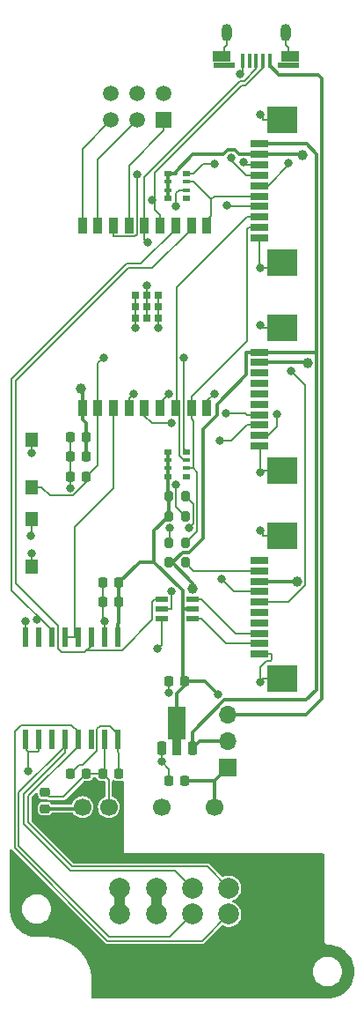
<source format=gbr>
%TF.GenerationSoftware,KiCad,Pcbnew,8.0.7-8.0.7-0~ubuntu24.04.1*%
%TF.CreationDate,2025-01-21T08:38:03+03:00*%
%TF.ProjectId,PM-ESPC3,504d2d45-5350-4433-932e-6b696361645f,rev?*%
%TF.SameCoordinates,Original*%
%TF.FileFunction,Copper,L1,Top*%
%TF.FilePolarity,Positive*%
%FSLAX46Y46*%
G04 Gerber Fmt 4.6, Leading zero omitted, Abs format (unit mm)*
G04 Created by KiCad (PCBNEW 8.0.7-8.0.7-0~ubuntu24.04.1) date 2025-01-21 08:38:03*
%MOMM*%
%LPD*%
G01*
G04 APERTURE LIST*
G04 Aperture macros list*
%AMRoundRect*
0 Rectangle with rounded corners*
0 $1 Rounding radius*
0 $2 $3 $4 $5 $6 $7 $8 $9 X,Y pos of 4 corners*
0 Add a 4 corners polygon primitive as box body*
4,1,4,$2,$3,$4,$5,$6,$7,$8,$9,$2,$3,0*
0 Add four circle primitives for the rounded corners*
1,1,$1+$1,$2,$3*
1,1,$1+$1,$4,$5*
1,1,$1+$1,$6,$7*
1,1,$1+$1,$8,$9*
0 Add four rect primitives between the rounded corners*
20,1,$1+$1,$2,$3,$4,$5,0*
20,1,$1+$1,$4,$5,$6,$7,0*
20,1,$1+$1,$6,$7,$8,$9,0*
20,1,$1+$1,$8,$9,$2,$3,0*%
%AMFreePoly0*
4,1,9,3.862500,-0.866500,0.737500,-0.866500,0.737500,-0.450000,-0.737500,-0.450000,-0.737500,0.450000,0.737500,0.450000,0.737500,0.866500,3.862500,0.866500,3.862500,-0.866500,3.862500,-0.866500,$1*%
G04 Aperture macros list end*
%TA.AperFunction,SMDPad,CuDef*%
%ADD10R,1.244600X1.346200*%
%TD*%
%TA.AperFunction,SMDPad,CuDef*%
%ADD11R,0.889000X1.498600*%
%TD*%
%TA.AperFunction,SMDPad,CuDef*%
%ADD12R,0.711200X0.711200*%
%TD*%
%TA.AperFunction,SMDPad,CuDef*%
%ADD13RoundRect,0.225000X0.225000X0.250000X-0.225000X0.250000X-0.225000X-0.250000X0.225000X-0.250000X0*%
%TD*%
%TA.AperFunction,ComponentPad*%
%ADD14R,1.500000X1.500000*%
%TD*%
%TA.AperFunction,ComponentPad*%
%ADD15C,1.500000*%
%TD*%
%TA.AperFunction,SMDPad,CuDef*%
%ADD16RoundRect,0.225000X0.225000X-0.425000X0.225000X0.425000X-0.225000X0.425000X-0.225000X-0.425000X0*%
%TD*%
%TA.AperFunction,SMDPad,CuDef*%
%ADD17FreePoly0,90.000000*%
%TD*%
%TA.AperFunction,SMDPad,CuDef*%
%ADD18R,0.406400X1.350000*%
%TD*%
%TA.AperFunction,SMDPad,CuDef*%
%ADD19R,1.679095X1.075150*%
%TD*%
%TA.AperFunction,SMDPad,CuDef*%
%ADD20R,2.108196X0.525058*%
%TD*%
%TA.AperFunction,ComponentPad*%
%ADD21O,1.000000X1.700000*%
%TD*%
%TA.AperFunction,SMDPad,CuDef*%
%ADD22R,0.800000X0.500000*%
%TD*%
%TA.AperFunction,SMDPad,CuDef*%
%ADD23R,0.800000X0.400000*%
%TD*%
%TA.AperFunction,SMDPad,CuDef*%
%ADD24R,0.482600X1.854200*%
%TD*%
%TA.AperFunction,SMDPad,CuDef*%
%ADD25R,1.803400X0.635000*%
%TD*%
%TA.AperFunction,SMDPad,CuDef*%
%ADD26R,2.997200X2.590800*%
%TD*%
%TA.AperFunction,ComponentPad*%
%ADD27C,2.000000*%
%TD*%
%TA.AperFunction,SMDPad,CuDef*%
%ADD28RoundRect,0.200000X-0.200000X-0.275000X0.200000X-0.275000X0.200000X0.275000X-0.200000X0.275000X0*%
%TD*%
%TA.AperFunction,SMDPad,CuDef*%
%ADD29R,1.181100X0.558800*%
%TD*%
%TA.AperFunction,SMDPad,CuDef*%
%ADD30RoundRect,0.225000X-0.225000X-0.250000X0.225000X-0.250000X0.225000X0.250000X-0.225000X0.250000X0*%
%TD*%
%TA.AperFunction,ComponentPad*%
%ADD31C,1.700000*%
%TD*%
%TA.AperFunction,SMDPad,CuDef*%
%ADD32RoundRect,0.225000X0.250000X-0.225000X0.250000X0.225000X-0.250000X0.225000X-0.250000X-0.225000X0*%
%TD*%
%TA.AperFunction,ComponentPad*%
%ADD33R,1.700000X1.700000*%
%TD*%
%TA.AperFunction,ComponentPad*%
%ADD34O,1.700000X1.700000*%
%TD*%
%TA.AperFunction,ViaPad*%
%ADD35C,0.800000*%
%TD*%
%TA.AperFunction,ViaPad*%
%ADD36C,1.000000*%
%TD*%
%TA.AperFunction,Conductor*%
%ADD37C,0.200000*%
%TD*%
%TA.AperFunction,Conductor*%
%ADD38C,0.300000*%
%TD*%
%TA.AperFunction,Conductor*%
%ADD39C,1.000000*%
%TD*%
G04 APERTURE END LIST*
D10*
%TO.P,SW2,1,1*%
%TO.N,GND*%
X2540000Y6096000D03*
%TO.P,SW2,2,2*%
%TO.N,/EN*%
X2540000Y1524000D03*
%TD*%
D11*
%TO.P,U1,1,3V3*%
%TO.N,+3.3V*%
X7390002Y9170000D03*
%TO.P,U1,2,EN*%
%TO.N,/EN*%
X8890001Y9170000D03*
%TO.P,U1,3,IO4*%
%TO.N,/UART_RTS*%
X10390001Y9170000D03*
%TO.P,U1,4,IO5*%
%TO.N,/SCL*%
X11890000Y9170000D03*
%TO.P,U1,5,IO6*%
%TO.N,/SDA*%
X13390000Y9170000D03*
%TO.P,U1,6,IO7*%
%TO.N,/INT*%
X14890000Y9170000D03*
%TO.P,U1,7,IO8*%
%TO.N,/CS2*%
X16390002Y9170000D03*
%TO.P,U1,8,IO9*%
%TO.N,/CS3*%
X17890001Y9170000D03*
%TO.P,U1,9,GND*%
%TO.N,GND*%
X19390001Y9170000D03*
%TO.P,U1,10,IO10*%
%TO.N,/CS0*%
X19389998Y26670000D03*
%TO.P,U1,11,RXD_(IO20)*%
%TO.N,/UART_RX*%
X17889999Y26670000D03*
%TO.P,U1,12,TXD_(IO21)*%
%TO.N,/UART_TX*%
X16389999Y26670000D03*
%TO.P,U1,13,IO18_(USB_D-)*%
%TO.N,/USB_D-*%
X14890000Y26670000D03*
%TO.P,U1,14,IO19_(USB_D+)*%
%TO.N,/USB_D+*%
X13390000Y26670000D03*
%TO.P,U1,15,IO3*%
%TO.N,/SCK*%
X11890000Y26670000D03*
%TO.P,U1,16,IO2*%
%TO.N,/CS1*%
X10389998Y26670000D03*
%TO.P,U1,17,IO1*%
%TO.N,/MISO*%
X8889999Y26670000D03*
%TO.P,U1,18,IO0*%
%TO.N,/MOSI*%
X7389999Y26670000D03*
D12*
%TO.P,U1,EPAD,EPAD*%
%TO.N,GND*%
X12490000Y17780000D03*
X13590000Y17780000D03*
X14690000Y17780000D03*
X12490000Y18880000D03*
X13590000Y18880000D03*
X14690000Y18880000D03*
X12490000Y19980000D03*
X13590000Y19980000D03*
X14690000Y19980000D03*
%TD*%
D13*
%TO.P,C8,1*%
%TO.N,+3.3V*%
X10935000Y-9525000D03*
%TO.P,C8,2*%
%TO.N,GND*%
X9385000Y-9525000D03*
%TD*%
%TO.P,C1,1*%
%TO.N,/EN*%
X7760000Y2540000D03*
%TO.P,C1,2*%
%TO.N,GND*%
X6210000Y2540000D03*
%TD*%
D14*
%TO.P,SW4,1*%
%TO.N,/SCK*%
X15240000Y36830000D03*
D15*
%TO.P,SW4,2*%
%TO.N,/MISO*%
X12700000Y36830000D03*
%TO.P,SW4,3*%
%TO.N,/MOSI*%
X10160000Y36830000D03*
%TO.P,SW4,4*%
%TO.N,Net-(RN1A-R1.2)*%
X15240000Y39370000D03*
%TO.P,SW4,5*%
X12700000Y39370000D03*
%TO.P,SW4,6*%
X10160000Y39370000D03*
%TD*%
D16*
%TO.P,U2,1,GND*%
%TO.N,GND*%
X15010000Y-23540000D03*
D17*
%TO.P,U2,2,OUTPUT*%
%TO.N,+3.3V*%
X16510000Y-23452500D03*
D16*
%TO.P,U2,3,INPUT*%
%TO.N,+5V*%
X18010000Y-23540000D03*
%TD*%
D18*
%TO.P,J1,1,VBUS*%
%TO.N,+5V_USB*%
X25430000Y42527092D03*
%TO.P,J1,2,D-*%
%TO.N,/USB_D-*%
X24780014Y42527092D03*
%TO.P,J1,3,D+*%
%TO.N,/USB_D+*%
X24130028Y42527092D03*
%TO.P,J1,4,ID*%
%TO.N,unconnected-(J1-ID-Pad4)*%
X23480042Y42527092D03*
D19*
%TO.P,J1,5,GND*%
%TO.N,GND*%
X27444579Y42914733D03*
D20*
X27230029Y42114629D03*
D21*
X26955029Y45202208D03*
D18*
X22830056Y42527092D03*
D21*
X21305027Y45202208D03*
D20*
X21030031Y42114621D03*
D19*
X20815481Y42914725D03*
%TD*%
D13*
%TO.P,C5,1*%
%TO.N,+3.3V*%
X7760000Y4445000D03*
%TO.P,C5,2*%
%TO.N,GND*%
X6210000Y4445000D03*
%TD*%
D22*
%TO.P,RN2,1,R1.1*%
%TO.N,+3.3V*%
X15610000Y4940000D03*
D23*
%TO.P,RN2,2,R2.1*%
X15610000Y4140000D03*
%TO.P,RN2,3,R3.1*%
X15610000Y3340000D03*
D22*
%TO.P,RN2,4,R4.1*%
X15610000Y2540000D03*
%TO.P,RN2,5,R4.2*%
%TO.N,unconnected-(RN2D-R4.2-Pad5)*%
X17410000Y2540000D03*
D23*
%TO.P,RN2,6,R3.2*%
%TO.N,/CS3*%
X17410000Y3340000D03*
%TO.P,RN2,7,R2.2*%
%TO.N,/CS2*%
X17410000Y4140000D03*
D22*
%TO.P,RN2,8,R1.2*%
%TO.N,/EN*%
X17410000Y4940000D03*
%TD*%
D24*
%TO.P,U6,1,VDD*%
%TO.N,+3.3V*%
X10795000Y-12903200D03*
%TO.P,U6,2,GNDA*%
%TO.N,GND*%
X9525000Y-12903200D03*
%TO.P,U6,3,RO*%
%TO.N,/UART_RX*%
X8255000Y-12903200D03*
%TO.P,U6,4,RE*%
%TO.N,/UART_RTS*%
X6985000Y-12903200D03*
%TO.P,U6,5,DE*%
X5715000Y-12903200D03*
%TO.P,U6,6,DI*%
%TO.N,/UART_TX*%
X4445000Y-12903200D03*
%TO.P,U6,7,NC*%
%TO.N,unconnected-(U6-NC-Pad7)*%
X3175000Y-12903200D03*
%TO.P,U6,8,GNDA*%
%TO.N,GND*%
X1905000Y-12903200D03*
%TO.P,U6,9,GNDB*%
%TO.N,GND_ISO*%
X1905000Y-22656800D03*
%TO.P,U6,10,SEL*%
X3175000Y-22656800D03*
%TO.P,U6,11,NC*%
%TO.N,unconnected-(U6-NC-Pad11)*%
X4445000Y-22656800D03*
%TO.P,U6,12,A*%
%TO.N,/A*%
X5715000Y-22656800D03*
%TO.P,U6,13,B*%
%TO.N,/B*%
X6985000Y-22656800D03*
%TO.P,U6,14,NC*%
%TO.N,unconnected-(U6-NC-Pad14)*%
X8255000Y-22656800D03*
%TO.P,U6,15,GNDB*%
%TO.N,GND_ISO*%
X9525000Y-22656800D03*
%TO.P,U6,16,VISO*%
%TO.N,+3.3V_ISO*%
X10795000Y-22656800D03*
%TD*%
D25*
%TO.P,J8,1,Pin_1*%
%TO.N,GND*%
X24444000Y25500009D03*
%TO.P,J8,2,Pin_2*%
%TO.N,/CS3*%
X24444000Y26500007D03*
%TO.P,J8,3,Pin_3*%
%TO.N,/CS2*%
X24444000Y27500005D03*
%TO.P,J8,4,Pin_4*%
%TO.N,/CS1*%
X24444000Y28500003D03*
%TO.P,J8,5,Pin_5*%
%TO.N,/CS0*%
X24444000Y29500001D03*
%TO.P,J8,6,Pin_6*%
%TO.N,/SCK*%
X24444000Y30499999D03*
%TO.P,J8,7,Pin_7*%
%TO.N,/MISO*%
X24444000Y31499997D03*
%TO.P,J8,8,Pin_8*%
%TO.N,/MOSI*%
X24444000Y32499995D03*
%TO.P,J8,9,Pin_9*%
%TO.N,+3.3V*%
X24444000Y33499993D03*
%TO.P,J8,10,Pin_10*%
%TO.N,+5V*%
X24444000Y34499991D03*
D26*
%TO.P,J8,11,Pin_11*%
%TO.N,GND*%
X26614001Y23149998D03*
X26614001Y36850002D03*
%TD*%
D13*
%TO.P,C4,1*%
%TO.N,+3.3V*%
X17285000Y-17145000D03*
%TO.P,C4,2*%
%TO.N,GND*%
X15735000Y-17145000D03*
%TD*%
D27*
%TO.P,J6,1,Pin_1*%
%TO.N,+24V_ISO*%
X11000000Y-37000000D03*
%TO.P,J6,2,Pin_3*%
%TO.N,GND_ISO*%
X14500000Y-37000000D03*
%TO.P,J6,3,3*%
%TO.N,/A*%
X18000000Y-37000000D03*
%TO.P,J6,4,4*%
%TO.N,/B*%
X21500000Y-37000000D03*
%TO.P,J6,5,Pin_9*%
%TO.N,PE*%
X25000000Y-37000000D03*
%TO.P,J6,6,Pin_2*%
%TO.N,+24V_ISO*%
X11000000Y-39500000D03*
%TO.P,J6,7,Pin_4*%
%TO.N,GND_ISO*%
X14500000Y-39500000D03*
%TO.P,J6,8,Pin_6*%
%TO.N,/A*%
X18000000Y-39500000D03*
%TO.P,J6,9,Pin_8*%
%TO.N,/B*%
X21500000Y-39500000D03*
%TO.P,J6,10,Pin_10*%
%TO.N,PE*%
X25000000Y-39500000D03*
%TD*%
D13*
%TO.P,C12,1*%
%TO.N,+5V_BUS*%
X17285000Y-26670000D03*
%TO.P,C12,2*%
%TO.N,GND*%
X15735000Y-26670000D03*
%TD*%
%TO.P,C2,1*%
%TO.N,+3.3V*%
X7760000Y6350000D03*
%TO.P,C2,2*%
%TO.N,GND*%
X6210000Y6350000D03*
%TD*%
D28*
%TO.P,R3,1*%
%TO.N,+3.3V*%
X15685000Y635000D03*
%TO.P,R3,2*%
%TO.N,/SDA*%
X17335000Y635000D03*
%TD*%
D29*
%TO.P,U5,1,1A*%
%TO.N,/UART_RX*%
X15043150Y-9209999D03*
%TO.P,U5,2,GND*%
%TO.N,GND*%
X15043150Y-10160000D03*
%TO.P,U5,3,2A*%
%TO.N,/UART_TX*%
X15043150Y-11110001D03*
%TO.P,U5,4,2Y*%
%TO.N,Net-(J5-Pin_2)*%
X17976850Y-11110001D03*
%TO.P,U5,5,VCC*%
%TO.N,+3.3V*%
X17976850Y-10160000D03*
%TO.P,U5,6,1Y*%
%TO.N,Net-(J5-Pin_3)*%
X17976850Y-9209999D03*
%TD*%
D30*
%TO.P,C9,1*%
%TO.N,+3.3V_ISO*%
X6210000Y-26035000D03*
%TO.P,C9,2*%
%TO.N,GND_ISO*%
X7760000Y-26035000D03*
%TD*%
D31*
%TO.P,PS1,1,Vin*%
%TO.N,+24V_ISO*%
X7410000Y-29210000D03*
%TO.P,PS1,2,GND*%
%TO.N,GND_ISO*%
X9950000Y-29210000D03*
%TO.P,PS1,4,0V*%
%TO.N,GND*%
X15030000Y-29210000D03*
%TO.P,PS1,6,+V*%
%TO.N,+5V_BUS*%
X20110000Y-29210000D03*
%TD*%
D25*
%TO.P,J5,1,Pin_1*%
%TO.N,GND*%
X24444000Y-14499991D03*
%TO.P,J5,2,Pin_2*%
%TO.N,Net-(J5-Pin_2)*%
X24444000Y-13499993D03*
%TO.P,J5,3,Pin_3*%
%TO.N,Net-(J5-Pin_3)*%
X24444000Y-12499995D03*
%TO.P,J5,4,Pin_4*%
%TO.N,unconnected-(J5-Pin_4-Pad4)*%
X24444000Y-11499997D03*
%TO.P,J5,5,Pin_5*%
%TO.N,unconnected-(J5-Pin_5-Pad5)*%
X24444000Y-10499999D03*
%TO.P,J5,6,Pin_6*%
%TO.N,/USB_D+*%
X24444000Y-9500001D03*
%TO.P,J5,7,Pin_7*%
%TO.N,/USB_D-*%
X24444000Y-8500003D03*
%TO.P,J5,8,Pin_8*%
%TO.N,+3.3V*%
X24444000Y-7500005D03*
%TO.P,J5,9,Pin_9*%
%TO.N,Net-(J5-Pin_9)*%
X24444000Y-6500007D03*
%TO.P,J5,10,Pin_10*%
%TO.N,unconnected-(J5-Pin_10-Pad10)*%
X24444000Y-5500009D03*
D26*
%TO.P,J5,11,Pin_11*%
%TO.N,GND*%
X26614001Y-16850002D03*
X26614001Y-3149998D03*
%TD*%
D28*
%TO.P,R1,1*%
%TO.N,+3.3V*%
X15685000Y-1270000D03*
%TO.P,R1,2*%
%TO.N,/SCL*%
X17335000Y-1270000D03*
%TD*%
D10*
%TO.P,SW1,1,1*%
%TO.N,GND*%
X2540000Y-6096000D03*
%TO.P,SW1,2,2*%
%TO.N,Net-(R5-Pad1)*%
X2540000Y-1524000D03*
%TD*%
D28*
%TO.P,R2,1*%
%TO.N,+5V*%
X15685000Y-5715000D03*
%TO.P,R2,2*%
%TO.N,Net-(J5-Pin_9)*%
X17335000Y-5715000D03*
%TD*%
D25*
%TO.P,J2,1,Pin_1*%
%TO.N,GND*%
X24444000Y5500009D03*
%TO.P,J2,2,Pin_2*%
%TO.N,/INT*%
X24444000Y6500007D03*
%TO.P,J2,3,Pin_3*%
%TO.N,/SCL*%
X24444000Y7500005D03*
%TO.P,J2,4,Pin_4*%
%TO.N,/SDA*%
X24444000Y8500003D03*
%TO.P,J2,5,Pin_5*%
%TO.N,unconnected-(J2-Pin_5-Pad5)*%
X24444000Y9500001D03*
%TO.P,J2,6,Pin_6*%
%TO.N,unconnected-(J2-Pin_6-Pad6)*%
X24444000Y10499999D03*
%TO.P,J2,7,Pin_7*%
%TO.N,unconnected-(J2-Pin_7-Pad7)*%
X24444000Y11499997D03*
%TO.P,J2,8,Pin_8*%
%TO.N,unconnected-(J2-Pin_8-Pad8)*%
X24444000Y12499995D03*
%TO.P,J2,9,Pin_9*%
%TO.N,+3.3V*%
X24444000Y13499993D03*
%TO.P,J2,10,Pin_10*%
%TO.N,+5V*%
X24444000Y14499991D03*
D26*
%TO.P,J2,11,Pin_11*%
%TO.N,GND*%
X26614001Y3149998D03*
X26614001Y16850002D03*
%TD*%
D28*
%TO.P,R5,1*%
%TO.N,Net-(R5-Pad1)*%
X15685000Y-3810000D03*
%TO.P,R5,2*%
%TO.N,/CS3*%
X17335000Y-3810000D03*
%TD*%
D13*
%TO.P,C6,1*%
%TO.N,+3.3V_ISO*%
X10935000Y-26035000D03*
%TO.P,C6,2*%
%TO.N,GND_ISO*%
X9385000Y-26035000D03*
%TD*%
D22*
%TO.P,RN1,1,R1.1*%
%TO.N,+3.3V*%
X15610000Y31680000D03*
D23*
%TO.P,RN1,2,R2.1*%
X15610000Y30880000D03*
%TO.P,RN1,3,R3.1*%
X15610000Y30080000D03*
D22*
%TO.P,RN1,4,R4.1*%
X15610000Y29280000D03*
%TO.P,RN1,5,R4.2*%
%TO.N,unconnected-(RN1D-R4.2-Pad5)*%
X17410000Y29280000D03*
D23*
%TO.P,RN1,6,R3.2*%
%TO.N,/CS1*%
X17410000Y30080000D03*
%TO.P,RN1,7,R2.2*%
%TO.N,/CS0*%
X17410000Y30880000D03*
D22*
%TO.P,RN1,8,R1.2*%
%TO.N,Net-(RN1A-R1.2)*%
X17410000Y31680000D03*
%TD*%
D13*
%TO.P,C10,1*%
%TO.N,+3.3V*%
X10935000Y-7620000D03*
%TO.P,C10,2*%
%TO.N,GND*%
X9385000Y-7620000D03*
%TD*%
D32*
%TO.P,C7,1*%
%TO.N,+24V_ISO*%
X3810000Y-29350000D03*
%TO.P,C7,2*%
%TO.N,GND_ISO*%
X3810000Y-27800000D03*
%TD*%
D33*
%TO.P,J3,1,Pin_1*%
%TO.N,+5V_BUS*%
X21380000Y-25400000D03*
D34*
%TO.P,J3,2,Pin_2*%
%TO.N,+5V*%
X21380000Y-22860000D03*
%TO.P,J3,3,Pin_3*%
%TO.N,+5V_USB*%
X21380000Y-20320000D03*
%TD*%
D35*
%TO.N,/EN*%
X9445300Y14000000D03*
X17194500Y14000000D03*
%TO.N,GND*%
X24496900Y37358200D03*
X6210000Y1439000D03*
X13590000Y20937600D03*
X24496900Y-2605000D03*
X1905000Y-11357000D03*
X2540000Y-4812000D03*
X24496900Y22604900D03*
X24500300Y17074300D03*
X14690000Y16810300D03*
X15010000Y-24830000D03*
X2540000Y4812400D03*
X20088300Y10516500D03*
X9525000Y-11355000D03*
X22568000Y41242100D03*
X12490000Y16810200D03*
X24500300Y2927300D03*
X15996000Y-8434000D03*
X24511900Y-17152000D03*
X15735000Y-18228000D03*
%TO.N,/SCL*%
X16405900Y1813900D03*
X12312200Y10525500D03*
X20590300Y5983000D03*
%TO.N,/SDA*%
X15997400Y7709000D03*
X17655900Y-2369000D03*
X21251600Y8627900D03*
%TO.N,/USB_D+*%
X27514900Y12675000D03*
X13651700Y25073700D03*
%TO.N,/USB_D-*%
X14098400Y29115200D03*
X20779600Y-7300000D03*
D36*
%TO.N,+5V*%
X18037600Y-8226000D03*
%TO.N,+3.3V*%
X28067000Y-7500000D03*
X7252100Y10958500D03*
X29083000Y13462000D03*
D35*
X20447000Y-18415000D03*
%TO.N,/SCK*%
X27247400Y32675000D03*
%TO.N,/MOSI*%
X22937400Y32728800D03*
%TO.N,/MISO*%
X21744800Y33212500D03*
%TO.N,/CS1*%
X21336100Y28606200D03*
X12668400Y31599000D03*
X16386200Y28519400D03*
%TO.N,/UART_TX*%
X3041600Y-11224000D03*
X14647500Y-14000000D03*
%TO.N,/INT*%
X15752600Y10525100D03*
X26162000Y8509000D03*
%TO.N,GND_ISO*%
X2145000Y-25718000D03*
%TO.N,Net-(RN1A-R1.2)*%
X20117700Y32556300D03*
%TO.N,Net-(R5-Pad1)*%
X15831000Y-2385000D03*
X2439100Y-3098000D03*
D36*
%TO.N,+3.3V*%
X28575000Y33401000D03*
%TD*%
D37*
%TO.N,GND*%
X19390000Y9170000D02*
X19390000Y9818200D01*
X19390000Y9818200D02*
X20088300Y10516500D01*
%TO.N,/CS2*%
X17410000Y4140000D02*
X17118300Y4140000D01*
X17118300Y4140000D02*
X16708300Y4550000D01*
X16708300Y4550000D02*
X16708300Y8954500D01*
X16708300Y8954500D02*
X16492800Y9170000D01*
%TO.N,GND_ISO*%
X1905000Y-22656800D02*
X2000000Y-22751800D01*
X2000000Y-22751800D02*
X2000000Y-23741000D01*
X2000000Y-23741000D02*
X2145000Y-23886000D01*
%TO.N,+3.3V_ISO*%
X10795000Y-22656800D02*
X10795000Y-22158400D01*
X10066300Y-21429700D02*
X9103800Y-21429700D01*
X10795000Y-22158400D02*
X10066300Y-21429700D01*
X9103800Y-21429700D02*
X8813500Y-21720000D01*
X7105100Y-25140000D02*
X6210000Y-26035000D01*
X8813500Y-21720000D02*
X8813500Y-23763000D01*
X8813500Y-23763000D02*
X7436200Y-25140000D01*
X7436200Y-25140000D02*
X7105100Y-25140000D01*
%TO.N,/UART_RX*%
X15043200Y-9210000D02*
X14390000Y-9210000D01*
X14390000Y-9210000D02*
X14150000Y-9450000D01*
X14150000Y-9450000D02*
X14150000Y-11188500D01*
X14150000Y-11188500D02*
X11197500Y-14141000D01*
X11197500Y-14141000D02*
X7830800Y-14141000D01*
%TO.N,/SCL*%
X11890000Y9170000D02*
X11890000Y10103300D01*
X11890000Y10103300D02*
X12312200Y10525500D01*
%TO.N,/INT*%
X14890000Y9170000D02*
X14890000Y9662500D01*
X14890000Y9662500D02*
X15752600Y10525100D01*
%TO.N,/SDA*%
X13390000Y9170000D02*
X13390000Y8410000D01*
X13390000Y8410000D02*
X14091000Y7709000D01*
X14091000Y7709000D02*
X15997400Y7709000D01*
%TO.N,GND*%
X24500300Y2927300D02*
X24722998Y3149998D01*
X24722998Y3149998D02*
X26614001Y3149998D01*
X24496900Y22604900D02*
X26068903Y22604900D01*
X26068903Y22604900D02*
X26614001Y23149998D01*
X24444000Y25500009D02*
X24444000Y22657800D01*
X24444000Y22657800D02*
X24496900Y22604900D01*
%TO.N,/CS3*%
X18111700Y3340000D02*
X18111700Y7897300D01*
X18111700Y7897300D02*
X17890000Y8119000D01*
X17890000Y8119000D02*
X17890000Y10221000D01*
X23240600Y15571600D02*
X23240600Y26300000D01*
X17890000Y10221000D02*
X23240600Y15571600D01*
X23240600Y26300000D02*
X23440600Y26500000D01*
X23440600Y26500000D02*
X24444000Y26500000D01*
%TO.N,/SCK*%
X24444000Y30500000D02*
X25263203Y30500000D01*
X25263203Y30500000D02*
X27247400Y32484197D01*
X27247400Y32484197D02*
X27247400Y32675000D01*
%TO.N,/EN*%
X3464000Y1524000D02*
X2540000Y1524000D01*
X9445300Y14000000D02*
X8890000Y13444700D01*
X8890000Y13444700D02*
X8890000Y9170000D01*
X7760000Y2540000D02*
X8890000Y3670000D01*
X7760000Y1988100D02*
X6505900Y734000D01*
X17143800Y13949300D02*
X17194500Y14000000D01*
X7760000Y2540000D02*
X7760000Y1988100D01*
X4254000Y734000D02*
X3464000Y1524000D01*
X8890000Y3670000D02*
X8890000Y9170000D01*
X6505900Y734000D02*
X4254000Y734000D01*
X17410000Y4940000D02*
X17143800Y5206200D01*
X17143800Y5206200D02*
X17143800Y13949300D01*
%TO.N,GND*%
X13590000Y18880000D02*
X13590000Y19980000D01*
X6210000Y2540000D02*
X6210000Y1439000D01*
X24813700Y-2922000D02*
X24813700Y-3150000D01*
X9385000Y-9525000D02*
X9385000Y-7620000D01*
X24500300Y5443700D02*
X24444000Y5500000D01*
X24589400Y17074300D02*
X24500300Y17074300D01*
X26614000Y16850000D02*
X24813700Y16850000D01*
X14690000Y16810300D02*
X14690000Y17780000D01*
X24813700Y-3150000D02*
X26614000Y-3150000D01*
X22568000Y41242100D02*
X22830100Y41504200D01*
X25647400Y-14500000D02*
X25647400Y-14988000D01*
X21305000Y44050500D02*
X21030000Y43775500D01*
X12490000Y16810200D02*
X12490000Y17780000D01*
X2540000Y4812400D02*
X2540000Y6096000D01*
X1905000Y-12903000D02*
X1905000Y-12903200D01*
X25120800Y-15119000D02*
X24511900Y-15728000D01*
X22830100Y41504200D02*
X22830100Y42527100D01*
X6210000Y4445000D02*
X6210000Y6350000D01*
X15043200Y-10160000D02*
X15935500Y-10160000D01*
X12490000Y17780000D02*
X12490000Y18880000D01*
X15010000Y-24830000D02*
X15735000Y-25555000D01*
X14690000Y18880000D02*
X14690000Y19980000D01*
X24444000Y-14500000D02*
X25647400Y-14500000D01*
X1905000Y-11357000D02*
X1905000Y-12903000D01*
X25515800Y-15119000D02*
X25120800Y-15119000D01*
X9525000Y-12903000D02*
X9525000Y-12903200D01*
X25647400Y-14988000D02*
X25515800Y-15119000D01*
X24813700Y-16850000D02*
X26614000Y-16850000D01*
X15935500Y-10160000D02*
X15996000Y-10100000D01*
X2540000Y-4812000D02*
X2540000Y-6096000D01*
X15010000Y-24830000D02*
X15010000Y-23540000D01*
X24813700Y37041400D02*
X24813700Y36850000D01*
X24500300Y2927300D02*
X24500300Y5443700D01*
X13590000Y19980000D02*
X13590000Y20937600D01*
X21030000Y43775500D02*
X21030000Y42652200D01*
X9525000Y-11355000D02*
X9525000Y-12903000D01*
X13590000Y17780000D02*
X13590000Y18880000D01*
X27230000Y43775500D02*
X27230000Y42652200D01*
X26955000Y45202200D02*
X26955000Y44050500D01*
X26955000Y44050500D02*
X27230000Y43775500D01*
X24496900Y37358200D02*
X24813700Y37041400D01*
X24813700Y36850000D02*
X26614000Y36850000D01*
X6210000Y2540000D02*
X6210000Y4445000D01*
X24511900Y-17152000D02*
X24813700Y-16850000D01*
X9385000Y-11215000D02*
X9385000Y-9525000D01*
X24511900Y-15728000D02*
X24511900Y-17152000D01*
X12490000Y18880000D02*
X12490000Y19980000D01*
X14690000Y17780000D02*
X14690000Y18880000D01*
X15735000Y-25555000D02*
X15735000Y-26670000D01*
X24813700Y16850000D02*
X24589400Y17074300D01*
X15735000Y-18228000D02*
X15735000Y-17145000D01*
X24500300Y2927300D02*
X24591000Y2927300D01*
X15996000Y-10100000D02*
X15996000Y-8434000D01*
X24496900Y-2605000D02*
X24813700Y-2922000D01*
X9525000Y-11355000D02*
X9385000Y-11215000D01*
X21305000Y45202200D02*
X21305000Y44050500D01*
%TO.N,/SCL*%
X16405900Y-341000D02*
X16405900Y1813900D01*
X23240600Y7500000D02*
X24444000Y7500000D01*
X20590300Y5983000D02*
X21723600Y5983000D01*
X17335000Y-1270000D02*
X16405900Y-341000D01*
X21723600Y5983000D02*
X23240600Y7500000D01*
%TO.N,/SDA*%
X23240600Y8500000D02*
X23112700Y8627900D01*
X17335000Y635000D02*
X18054300Y-84000D01*
X23112700Y8627900D02*
X21251600Y8627900D01*
X18054300Y-84000D02*
X18054300Y-1970000D01*
X24444000Y8500000D02*
X23240600Y8500000D01*
X18054300Y-1970000D02*
X17655900Y-2369000D01*
%TO.N,/USB_D+*%
X22963150Y40532000D02*
X22567314Y40532000D01*
X28880000Y-7858200D02*
X27238200Y-9500000D01*
X24130028Y42527092D02*
X24130028Y41698878D01*
X22567314Y40532000D02*
X13390000Y31354686D01*
X13390000Y31354686D02*
X13390000Y26670000D01*
X28880000Y11309900D02*
X28880000Y-7858200D01*
X27238200Y-9500000D02*
X24444000Y-9500000D01*
X24130028Y41698878D02*
X22963150Y40532000D01*
X27514900Y12675000D02*
X28880000Y11309900D01*
X13390000Y25335400D02*
X13651700Y25073700D01*
X13390000Y26670000D02*
X13390000Y25335400D01*
%TO.N,/USB_D-*%
X14351000Y28194000D02*
X14890000Y27655000D01*
X24780014Y41783178D02*
X23128836Y40132000D01*
X23128836Y40132000D02*
X22733000Y40132000D01*
X22733000Y40132000D02*
X14351000Y31750000D01*
X21979600Y-8500000D02*
X20779600Y-7300000D01*
X14098400Y29115200D02*
X14351000Y28862600D01*
X24444000Y-8500000D02*
X21979600Y-8500000D01*
X24780014Y42527092D02*
X24780014Y41783178D01*
X14351000Y31750000D02*
X14351000Y28194000D01*
X14890000Y27655000D02*
X14890000Y26670000D01*
D38*
%TO.N,+5V*%
X24444000Y14499991D02*
X29928009Y14499991D01*
X28956000Y-18923000D02*
X29950000Y-17929000D01*
X17710200Y-4708000D02*
X17047800Y-4708000D01*
X18037600Y-7712000D02*
X18037600Y-8226000D01*
X17047800Y-4708000D02*
X16040800Y-5715000D01*
X16040800Y-5715000D02*
X18037600Y-7712000D01*
X15685000Y-5715000D02*
X16040800Y-5715000D01*
X19003700Y-3414000D02*
X17710200Y-4708000D01*
X29950000Y-17929000D02*
X29950000Y33528000D01*
X23190600Y12354700D02*
X20343100Y9507200D01*
X18010000Y-23540000D02*
X18690000Y-22860000D01*
X20343100Y9507200D02*
X20343100Y8426400D01*
X18010000Y-23540000D02*
X18010000Y-21992943D01*
X20343100Y8426400D02*
X19003700Y7087000D01*
X28978009Y34499991D02*
X24444000Y34499991D01*
X23190600Y14500000D02*
X23190600Y12354700D01*
X18010000Y-21992943D02*
X21079943Y-18923000D01*
X18690000Y-22860000D02*
X21380000Y-22860000D01*
X29950000Y33528000D02*
X28978009Y34499991D01*
X19003700Y7087000D02*
X19003700Y-3414000D01*
X21079943Y-18923000D02*
X28956000Y-18923000D01*
X24444000Y14500000D02*
X23190600Y14500000D01*
%TO.N,+3.3V*%
X17976900Y-10160000D02*
X17034700Y-10160000D01*
X19177000Y-17145000D02*
X20447000Y-18415000D01*
X22520300Y33500000D02*
X22056100Y33964200D01*
X28575000Y33401000D02*
X28476000Y33500000D01*
X17034700Y-16895000D02*
X17034700Y-10160000D01*
X28476000Y33500000D02*
X28420000Y33500000D01*
X10795000Y-11624000D02*
X10935000Y-11484000D01*
X7390000Y9170000D02*
X7390000Y8069000D01*
X20969500Y33500000D02*
X18031300Y33500000D01*
X15685000Y-1270000D02*
X15685000Y635000D01*
X14293000Y-5648000D02*
X12907100Y-5648000D01*
X17642300Y-17145000D02*
X16510000Y-18277000D01*
X24444000Y33500000D02*
X22520300Y33500000D01*
X10935000Y-9525000D02*
X10935000Y-7620000D01*
X24444000Y-7500000D02*
X28067000Y-7500000D01*
X15610000Y2540000D02*
X15610000Y3340000D01*
X7390000Y10820600D02*
X7390000Y9170000D01*
X22056100Y33964200D02*
X21433600Y33964200D01*
X20969500Y33500100D02*
X20969500Y33500000D01*
X7252100Y10958500D02*
X7390000Y10820600D01*
X7390000Y8069000D02*
X7760000Y7699000D01*
X14293000Y-5648000D02*
X17034700Y-8390000D01*
X16361700Y31680000D02*
X15610000Y31680000D01*
X17285000Y-17145000D02*
X19177000Y-17145000D01*
X17285000Y-17145000D02*
X17034700Y-16895000D01*
X24444000Y13499993D02*
X29045007Y13499993D01*
X15685000Y-1270000D02*
X14293000Y-2662000D01*
X15610000Y710000D02*
X15685000Y635000D01*
X15610000Y31680000D02*
X15610000Y29280000D01*
X10795000Y-12903000D02*
X10795000Y-11624000D01*
X15610000Y4940000D02*
X15610000Y3340000D01*
X15610000Y2540000D02*
X15610000Y710000D01*
X16510000Y-18277000D02*
X16510000Y-23452000D01*
X21433600Y33964200D02*
X20969500Y33500100D01*
X10795000Y-12903000D02*
X10795000Y-12903200D01*
X7760000Y4445000D02*
X7760000Y6350000D01*
X10935000Y-11484000D02*
X10935000Y-9525000D01*
X14293000Y-2662000D02*
X14293000Y-5648000D01*
X28419993Y33499993D02*
X24444000Y33499993D01*
X18031300Y33500000D02*
X16361700Y31830400D01*
X7760000Y7699000D02*
X7760000Y6350000D01*
X16361700Y31830400D02*
X16361700Y31680000D01*
X12907100Y-5648000D02*
X10935000Y-7620000D01*
X17034700Y-8390000D02*
X17034700Y-10160000D01*
X16510000Y-23452000D02*
X16510000Y-23452500D01*
D37*
%TO.N,/SCK*%
X11890000Y32428300D02*
X11890000Y26670000D01*
X15240000Y36830000D02*
X15240000Y35778300D01*
X15240000Y35778300D02*
X11890000Y32428300D01*
%TO.N,/CS0*%
X19390000Y27195500D02*
X19820800Y27626300D01*
X19820800Y29170900D02*
X18111700Y30880000D01*
X19820800Y27626300D02*
X19820800Y29170900D01*
X24444000Y29500000D02*
X20149900Y29500000D01*
X18111700Y30880000D02*
X17410000Y30880000D01*
X20149900Y29500000D02*
X19820800Y29170900D01*
X19390000Y26670000D02*
X19390000Y27195500D01*
%TO.N,/MOSI*%
X24444000Y32500000D02*
X23240600Y32500000D01*
X23011800Y32728800D02*
X22937400Y32728800D01*
X23240600Y32500000D02*
X23011800Y32728800D01*
X10160000Y36830000D02*
X7390000Y34060000D01*
X7390000Y34060000D02*
X7390000Y26670000D01*
%TO.N,/MISO*%
X21744800Y32929200D02*
X23174000Y31500000D01*
X8890000Y33020000D02*
X8890000Y26670000D01*
X23174000Y31500000D02*
X24444000Y31500000D01*
X21744800Y33212500D02*
X21744800Y32929200D01*
X12700000Y36830000D02*
X8890000Y33020000D01*
%TO.N,/CS1*%
X12640000Y31570600D02*
X12668400Y31599000D01*
X16386200Y29757900D02*
X16386200Y28519400D01*
X12640000Y25799500D02*
X12640000Y31570600D01*
X21442300Y28500000D02*
X21336100Y28606200D01*
X10390000Y26670000D02*
X10390000Y25619000D01*
X17410000Y30080000D02*
X16708300Y30080000D01*
X16708300Y30080000D02*
X16386200Y29757900D01*
X24444000Y28500000D02*
X21442300Y28500000D01*
X10390000Y25619000D02*
X12459500Y25619000D01*
X12459500Y25619000D02*
X12640000Y25799500D01*
D38*
%TO.N,+5V_BUS*%
X17285000Y-26670000D02*
X20110000Y-26670000D01*
X20110000Y-29210000D02*
X20110000Y-26670000D01*
X20110000Y-26670000D02*
X21380000Y-25400000D01*
D37*
%TO.N,Net-(J5-Pin_2)*%
X17976900Y-11110000D02*
X18869200Y-11110000D01*
X18869200Y-11110000D02*
X21259200Y-13500000D01*
X21259200Y-13500000D02*
X24444000Y-13500000D01*
%TO.N,/UART_RX*%
X5427700Y-14351000D02*
X7620000Y-14351000D01*
X17889999Y26670000D02*
X17889999Y26365200D01*
X14111799Y22587000D02*
X11792000Y22587000D01*
X7620000Y-14351000D02*
X8255000Y-13716000D01*
X11792000Y22587000D02*
X1000000Y11795000D01*
X17889999Y26365200D02*
X14111799Y22587000D01*
X7830800Y-14141000D02*
X7830400Y-14141000D01*
X1000000Y11795000D02*
X1000000Y-7689800D01*
X1000000Y-7689800D02*
X5080000Y-11769800D01*
X7830400Y-14140600D02*
X7830800Y-14141000D01*
X5080000Y-11769800D02*
X5080000Y-14003300D01*
X5080000Y-14003300D02*
X5427700Y-14351000D01*
X8255000Y-13716000D02*
X8255000Y-12903200D01*
%TO.N,/UART_TX*%
X3041600Y-11080000D02*
X3041600Y-11224000D01*
X16389999Y26365200D02*
X13011799Y22987000D01*
X600000Y-8372400D02*
X4445000Y-12217400D01*
X16389999Y26670000D02*
X16389999Y26365200D01*
X600000Y11960686D02*
X600000Y-8372400D01*
X13011799Y22987000D02*
X11626314Y22987000D01*
X15043200Y-13604000D02*
X14647500Y-14000000D01*
X4445000Y-12903000D02*
X4445000Y-12903200D01*
X15043200Y-11110000D02*
X15043200Y-13604000D01*
X4445000Y-12217400D02*
X4445000Y-12903200D01*
X3175000Y-10947000D02*
X3041600Y-11080000D01*
X11626314Y22987000D02*
X600000Y11960686D01*
%TO.N,/B*%
X870000Y-33128000D02*
X870000Y-21923400D01*
X9798000Y-42056000D02*
X870000Y-33128000D01*
X21500000Y-39500000D02*
X18944000Y-42056000D01*
X870000Y-21923400D02*
X1457400Y-21336000D01*
X1457400Y-21336000D02*
X6350000Y-21336000D01*
X2178000Y-30695314D02*
X6388686Y-34906000D01*
X6350000Y-21336000D02*
X6985000Y-21971000D01*
X6985000Y-23342600D02*
X2178000Y-28149600D01*
X6985000Y-21971000D02*
X6985000Y-22656800D01*
X6985000Y-22656800D02*
X6985000Y-23342600D01*
X18944000Y-42056000D02*
X9798000Y-42056000D01*
X6388686Y-34906000D02*
X19406000Y-34906000D01*
X2178000Y-28149600D02*
X2178000Y-30695314D01*
X19406000Y-34906000D02*
X21500000Y-37000000D01*
%TO.N,/A*%
X5715000Y-23368000D02*
X5715000Y-23012500D01*
X5715000Y-22657000D02*
X5715000Y-22656800D01*
X1270000Y-32962314D02*
X1270000Y-27813000D01*
X16306000Y-35306000D02*
X18000000Y-37000000D01*
X5715000Y-24003000D02*
X1778000Y-27940000D01*
X5715000Y-23012500D02*
X5715000Y-22657000D01*
X5715000Y-23368000D02*
X5715000Y-22656800D01*
X1270000Y-27813000D02*
X5715000Y-23368000D01*
X15844000Y-41656000D02*
X9963686Y-41656000D01*
X6223000Y-35306000D02*
X16306000Y-35306000D01*
X9963686Y-41656000D02*
X1270000Y-32962314D01*
X1778000Y-27940000D02*
X1778000Y-30861000D01*
X18000000Y-39500000D02*
X15844000Y-41656000D01*
X1778000Y-30861000D02*
X6223000Y-35306000D01*
X5715000Y-22656800D02*
X5715000Y-24003000D01*
%TO.N,/INT*%
X26162000Y8509000D02*
X26162000Y7398800D01*
X25263200Y6500000D02*
X24444000Y6500000D01*
X26162000Y7398800D02*
X25263200Y6500000D01*
%TO.N,/CS2*%
X23240600Y27500000D02*
X16492800Y20752200D01*
X16492800Y20752200D02*
X16492800Y9170000D01*
X24444000Y27500000D02*
X23240600Y27500000D01*
X16492800Y9170000D02*
X16390000Y9170000D01*
%TO.N,/CS3*%
X18463200Y-2682000D02*
X18463200Y2988500D01*
X17335000Y-3810000D02*
X18463200Y-2682000D01*
X18463200Y2988500D02*
X18111700Y3340000D01*
X17410000Y3340000D02*
X18111700Y3340000D01*
%TO.N,Net-(J5-Pin_3)*%
X17976900Y-9210000D02*
X18895100Y-9210000D01*
X18895100Y-9210000D02*
X22185100Y-12500000D01*
X22185100Y-12500000D02*
X24444000Y-12500000D01*
%TO.N,GND_ISO*%
X5580800Y-28214000D02*
X7760000Y-26035000D01*
X4224200Y-28214000D02*
X5580800Y-28214000D01*
X9950000Y-26600000D02*
X9385000Y-26035000D01*
X2145000Y-23886000D02*
X2145000Y-25718000D01*
X3175000Y-23785000D02*
X3175000Y-22657000D01*
D39*
X14500000Y-37000000D02*
X14500000Y-39500000D01*
D37*
X7760000Y-26035000D02*
X9385000Y-26035000D01*
X3175000Y-22657000D02*
X3175000Y-22656800D01*
X3810000Y-27800000D02*
X4224200Y-28214000D01*
X9525000Y-22657000D02*
X9525000Y-25895000D01*
X9525000Y-22657000D02*
X9525000Y-22656800D01*
X2145000Y-23886000D02*
X3074100Y-23886000D01*
X3074100Y-23886000D02*
X3175000Y-23785000D01*
X9525000Y-25895000D02*
X9385000Y-26035000D01*
X9950000Y-29210000D02*
X9950000Y-26600000D01*
%TO.N,Net-(J5-Pin_9)*%
X18120000Y-6500000D02*
X17335000Y-5715000D01*
X24444000Y-6500000D02*
X18120000Y-6500000D01*
%TO.N,/UART_RTS*%
X6984900Y-12903000D02*
X6985000Y-12903000D01*
X5715000Y-12903200D02*
X6985000Y-12903200D01*
X5715200Y-12903000D02*
X5715100Y-12903000D01*
X6691300Y-12903000D02*
X6691300Y-2305000D01*
X6691300Y-2305000D02*
X10390000Y1393600D01*
X10390000Y1393600D02*
X10390000Y9170000D01*
X6985000Y-12903000D02*
X6985000Y-12903200D01*
X5715100Y-12903000D02*
X5715000Y-12903000D01*
X5715100Y-12903000D02*
X5715000Y-12903000D01*
X5715100Y-12903000D02*
X5715000Y-12903100D01*
X5715100Y-12903000D02*
X5715000Y-12903000D01*
X5715000Y-12903100D02*
X5715000Y-12903200D01*
X6984800Y-12903000D02*
X6984900Y-12903000D01*
X6984900Y-12903000D02*
X6985000Y-12903000D01*
D38*
%TO.N,+5V_USB*%
X30450000Y-18796000D02*
X28926000Y-20320000D01*
X26337292Y41148000D02*
X30099000Y41148000D01*
X30450000Y40797000D02*
X30450000Y-18796000D01*
X25430000Y42055292D02*
X26337292Y41148000D01*
X25430000Y42527092D02*
X25430000Y42055292D01*
X30099000Y41148000D02*
X30450000Y40797000D01*
X28926000Y-20320000D02*
X21380000Y-20320000D01*
D37*
%TO.N,+3.3V_ISO*%
X10935000Y-24026000D02*
X10795000Y-23886000D01*
X10795000Y-23886000D02*
X10795000Y-22656800D01*
X10935000Y-26035000D02*
X10935000Y-24026000D01*
D39*
%TO.N,+24V_ISO*%
X11000000Y-37000000D02*
X11000000Y-39500000D01*
D38*
X7270000Y-29350000D02*
X7410000Y-29210000D01*
X3810000Y-29350000D02*
X7270000Y-29350000D01*
D37*
%TO.N,Net-(RN1A-R1.2)*%
X18111700Y31680000D02*
X18988000Y32556300D01*
X17410000Y31680000D02*
X18111700Y31680000D01*
X18988000Y32556300D02*
X20117700Y32556300D01*
%TO.N,Net-(R5-Pad1)*%
X15831000Y-3664000D02*
X15831000Y-2385000D01*
X15685000Y-3810000D02*
X15831000Y-3664000D01*
X2540000Y-2998000D02*
X2540000Y-1524000D01*
X2439100Y-3098000D02*
X2540000Y-2998000D01*
%TD*%
%TA.AperFunction,Conductor*%
%TO.N,PE*%
G36*
X8700382Y-26355185D02*
G01*
X8746137Y-26407989D01*
X8749445Y-26416486D01*
X8750281Y-26418126D01*
X8811472Y-26538220D01*
X8811474Y-26538222D01*
X8811476Y-26538225D01*
X8906774Y-26633523D01*
X8906778Y-26633526D01*
X8906780Y-26633528D01*
X9026874Y-26694719D01*
X9026876Y-26694719D01*
X9026878Y-26694720D01*
X9126507Y-26710500D01*
X9126512Y-26710500D01*
X9525500Y-26710500D01*
X9592539Y-26730185D01*
X9638294Y-26782989D01*
X9649500Y-26834500D01*
X9649500Y-28111421D01*
X9629815Y-28178460D01*
X9577011Y-28224215D01*
X9561496Y-28230081D01*
X9546046Y-28234767D01*
X9464744Y-28278225D01*
X9363550Y-28332315D01*
X9363548Y-28332316D01*
X9363547Y-28332317D01*
X9203589Y-28463589D01*
X9102124Y-28587227D01*
X9072315Y-28623550D01*
X9035375Y-28692660D01*
X8974769Y-28806043D01*
X8914699Y-29004067D01*
X8894417Y-29210000D01*
X8914699Y-29415932D01*
X8914700Y-29415934D01*
X8974768Y-29613954D01*
X9072315Y-29796450D01*
X9072317Y-29796452D01*
X9203589Y-29956410D01*
X9257314Y-30000500D01*
X9363550Y-30087685D01*
X9546046Y-30185232D01*
X9744066Y-30245300D01*
X9744065Y-30245300D01*
X9762529Y-30247118D01*
X9950000Y-30265583D01*
X10155934Y-30245300D01*
X10353954Y-30185232D01*
X10536450Y-30087685D01*
X10696410Y-29956410D01*
X10827685Y-29796450D01*
X10925232Y-29613954D01*
X10985300Y-29415934D01*
X11005583Y-29210000D01*
X10985300Y-29004066D01*
X10925232Y-28806046D01*
X10827685Y-28623550D01*
X10738199Y-28514510D01*
X10696410Y-28463589D01*
X10536452Y-28332317D01*
X10536453Y-28332317D01*
X10536450Y-28332315D01*
X10359537Y-28237752D01*
X10353953Y-28234767D01*
X10338504Y-28230081D01*
X10280066Y-28191784D01*
X10251609Y-28127971D01*
X10250500Y-28111421D01*
X10250500Y-26726611D01*
X10270185Y-26659572D01*
X10322989Y-26613817D01*
X10392147Y-26603873D01*
X10447793Y-26629285D01*
X10448881Y-26627789D01*
X10456778Y-26633526D01*
X10456780Y-26633528D01*
X10576874Y-26694719D01*
X10576876Y-26694719D01*
X10576878Y-26694720D01*
X10676507Y-26710500D01*
X10676512Y-26710500D01*
X11193492Y-26710500D01*
X11247864Y-26701887D01*
X11286602Y-26695752D01*
X11355894Y-26704706D01*
X11409347Y-26749702D01*
X11429987Y-26816453D01*
X11430000Y-26818225D01*
X11430000Y-33655000D01*
X30575500Y-33655000D01*
X30642539Y-33674685D01*
X30688294Y-33727489D01*
X30699500Y-33779000D01*
X30699500Y-42147598D01*
X30710773Y-42182290D01*
X30712613Y-42188501D01*
X30718368Y-42209978D01*
X30719980Y-42215993D01*
X30723089Y-42223499D01*
X30722799Y-42223618D01*
X30727988Y-42235275D01*
X30728912Y-42238119D01*
X30728914Y-42238123D01*
X30728915Y-42238125D01*
X30743814Y-42258632D01*
X30750882Y-42269515D01*
X30759537Y-42284507D01*
X30759541Y-42284512D01*
X30763889Y-42288860D01*
X30776521Y-42303648D01*
X30784866Y-42315134D01*
X30784867Y-42315134D01*
X30784868Y-42315136D01*
X30796344Y-42323474D01*
X30811138Y-42336110D01*
X30815486Y-42340458D01*
X30815488Y-42340459D01*
X30815489Y-42340460D01*
X30826973Y-42347090D01*
X30830477Y-42349113D01*
X30841365Y-42356184D01*
X30861871Y-42371083D01*
X30861877Y-42371086D01*
X30864712Y-42372007D01*
X30876389Y-42377205D01*
X30876510Y-42376914D01*
X30884007Y-42380019D01*
X30884011Y-42380021D01*
X30911504Y-42387387D01*
X30917704Y-42389225D01*
X30952400Y-42400499D01*
X30952403Y-42400499D01*
X30952405Y-42400500D01*
X30996249Y-42400500D01*
X31003736Y-42400726D01*
X31305850Y-42419000D01*
X31320713Y-42420805D01*
X31614729Y-42474686D01*
X31629266Y-42478269D01*
X31914632Y-42567193D01*
X31928624Y-42572498D01*
X32201215Y-42695181D01*
X32214461Y-42702134D01*
X32470271Y-42856776D01*
X32482582Y-42865274D01*
X32598179Y-42955838D01*
X32717885Y-43049622D01*
X32729093Y-43059552D01*
X32940447Y-43270906D01*
X32950377Y-43282114D01*
X33134721Y-43517411D01*
X33143227Y-43529734D01*
X33297862Y-43785532D01*
X33304821Y-43798791D01*
X33427499Y-44071371D01*
X33432808Y-44085372D01*
X33521729Y-44370732D01*
X33525313Y-44385270D01*
X33579194Y-44679286D01*
X33580999Y-44694151D01*
X33599047Y-44992513D01*
X33599047Y-45007487D01*
X33580999Y-45305848D01*
X33579194Y-45320713D01*
X33525313Y-45614729D01*
X33521729Y-45629267D01*
X33432808Y-45914627D01*
X33427499Y-45928628D01*
X33304821Y-46201208D01*
X33297862Y-46214467D01*
X33143227Y-46470265D01*
X33134721Y-46482588D01*
X32950377Y-46717885D01*
X32940447Y-46729093D01*
X32729093Y-46940447D01*
X32717885Y-46950377D01*
X32482588Y-47134721D01*
X32470265Y-47143227D01*
X32214467Y-47297862D01*
X32201208Y-47304821D01*
X31928628Y-47427499D01*
X31914627Y-47432808D01*
X31629267Y-47521729D01*
X31614729Y-47525313D01*
X31320713Y-47579194D01*
X31305848Y-47580999D01*
X31003736Y-47599274D01*
X30996249Y-47599500D01*
X8424500Y-47599500D01*
X8357461Y-47579815D01*
X8311706Y-47527011D01*
X8300500Y-47475500D01*
X8300500Y-45801178D01*
X8263811Y-45405232D01*
X8263811Y-45405231D01*
X8252905Y-45346890D01*
X8190742Y-45014346D01*
X8186658Y-44999993D01*
X29594700Y-44999993D01*
X29594700Y-45000006D01*
X29613864Y-45231297D01*
X29613866Y-45231308D01*
X29670842Y-45456300D01*
X29764075Y-45668848D01*
X29891016Y-45863147D01*
X29891019Y-45863151D01*
X29891021Y-45863153D01*
X30048216Y-46033913D01*
X30048219Y-46033915D01*
X30048222Y-46033918D01*
X30231365Y-46176464D01*
X30231371Y-46176468D01*
X30231374Y-46176470D01*
X30435497Y-46286936D01*
X30549487Y-46326068D01*
X30655015Y-46362297D01*
X30655017Y-46362297D01*
X30655019Y-46362298D01*
X30883951Y-46400500D01*
X30883952Y-46400500D01*
X31116048Y-46400500D01*
X31116049Y-46400500D01*
X31344981Y-46362298D01*
X31564503Y-46286936D01*
X31768626Y-46176470D01*
X31951784Y-46033913D01*
X32108979Y-45863153D01*
X32235924Y-45668849D01*
X32329157Y-45456300D01*
X32386134Y-45231305D01*
X32390559Y-45177905D01*
X32405300Y-45000006D01*
X32405300Y-44999993D01*
X32386135Y-44768702D01*
X32386133Y-44768691D01*
X32329157Y-44543699D01*
X32235924Y-44331151D01*
X32108983Y-44136852D01*
X32108980Y-44136849D01*
X32108979Y-44136847D01*
X31951784Y-43966087D01*
X31951779Y-43966083D01*
X31951777Y-43966081D01*
X31768634Y-43823535D01*
X31768628Y-43823531D01*
X31564504Y-43713064D01*
X31564495Y-43713061D01*
X31344984Y-43637702D01*
X31173282Y-43609050D01*
X31116049Y-43599500D01*
X30883951Y-43599500D01*
X30838164Y-43607140D01*
X30655015Y-43637702D01*
X30435504Y-43713061D01*
X30435495Y-43713064D01*
X30231371Y-43823531D01*
X30231365Y-43823535D01*
X30048222Y-43966081D01*
X30048219Y-43966084D01*
X29891016Y-44136852D01*
X29764075Y-44331151D01*
X29670842Y-44543699D01*
X29613866Y-44768691D01*
X29613864Y-44768702D01*
X29594700Y-44999993D01*
X8186658Y-44999993D01*
X8081921Y-44631878D01*
X7938274Y-44261082D01*
X7761027Y-43905122D01*
X7551692Y-43567035D01*
X7312055Y-43249704D01*
X7312052Y-43249700D01*
X7044161Y-42955838D01*
X6750299Y-42687947D01*
X6750290Y-42687940D01*
X6467895Y-42474686D01*
X6432965Y-42448308D01*
X6094878Y-42238973D01*
X5738918Y-42061726D01*
X5368122Y-41918079D01*
X5368120Y-41918078D01*
X5368119Y-41918078D01*
X4985661Y-41809260D01*
X4985661Y-41809259D01*
X4594767Y-41736188D01*
X4275044Y-41706562D01*
X4198824Y-41699500D01*
X4198821Y-41699500D01*
X3103481Y-41699500D01*
X3096528Y-41699305D01*
X2804703Y-41682916D01*
X2790885Y-41681359D01*
X2506172Y-41632984D01*
X2492615Y-41629890D01*
X2215100Y-41549939D01*
X2201975Y-41545346D01*
X1935165Y-41434830D01*
X1922637Y-41428797D01*
X1669874Y-41289100D01*
X1658100Y-41281702D01*
X1422569Y-41114584D01*
X1411697Y-41105914D01*
X1196357Y-40913475D01*
X1186524Y-40903642D01*
X994085Y-40688302D01*
X985415Y-40677430D01*
X818297Y-40441899D01*
X810899Y-40430125D01*
X745744Y-40312236D01*
X671198Y-40177355D01*
X665172Y-40164841D01*
X554653Y-39898024D01*
X550060Y-39884899D01*
X470109Y-39607384D01*
X467015Y-39593827D01*
X443648Y-39456300D01*
X418638Y-39309103D01*
X417084Y-39295306D01*
X400695Y-39003472D01*
X400597Y-38999993D01*
X1594700Y-38999993D01*
X1594700Y-39000006D01*
X1613864Y-39231297D01*
X1613866Y-39231308D01*
X1670842Y-39456300D01*
X1764075Y-39668848D01*
X1891016Y-39863147D01*
X1891019Y-39863151D01*
X1891021Y-39863153D01*
X2048216Y-40033913D01*
X2048219Y-40033915D01*
X2048222Y-40033918D01*
X2231365Y-40176464D01*
X2231371Y-40176468D01*
X2231374Y-40176470D01*
X2435497Y-40286936D01*
X2549487Y-40326068D01*
X2655015Y-40362297D01*
X2655017Y-40362297D01*
X2655019Y-40362298D01*
X2883951Y-40400500D01*
X2883952Y-40400500D01*
X3116048Y-40400500D01*
X3116049Y-40400500D01*
X3344981Y-40362298D01*
X3564503Y-40286936D01*
X3768626Y-40176470D01*
X3775309Y-40171269D01*
X3866221Y-40100509D01*
X3951784Y-40033913D01*
X4108979Y-39863153D01*
X4235924Y-39668849D01*
X4329157Y-39456300D01*
X4386134Y-39231305D01*
X4390559Y-39177905D01*
X4405300Y-39000006D01*
X4405300Y-38999993D01*
X4386135Y-38768702D01*
X4386133Y-38768691D01*
X4329157Y-38543699D01*
X4235924Y-38331151D01*
X4108983Y-38136852D01*
X4108980Y-38136849D01*
X4108979Y-38136847D01*
X3951784Y-37966087D01*
X3951779Y-37966083D01*
X3951777Y-37966081D01*
X3768634Y-37823535D01*
X3768628Y-37823531D01*
X3564504Y-37713064D01*
X3564495Y-37713061D01*
X3344984Y-37637702D01*
X3173282Y-37609050D01*
X3116049Y-37599500D01*
X2883951Y-37599500D01*
X2838164Y-37607140D01*
X2655015Y-37637702D01*
X2435504Y-37713061D01*
X2435495Y-37713064D01*
X2231371Y-37823531D01*
X2231365Y-37823535D01*
X2048222Y-37966081D01*
X2048219Y-37966084D01*
X2048216Y-37966086D01*
X2048216Y-37966087D01*
X2037010Y-37978260D01*
X1891016Y-38136852D01*
X1764075Y-38331151D01*
X1670842Y-38543699D01*
X1613866Y-38768691D01*
X1613864Y-38768702D01*
X1594700Y-38999993D01*
X400597Y-38999993D01*
X400500Y-38996519D01*
X400500Y-33378576D01*
X420185Y-33311537D01*
X472989Y-33265782D01*
X542147Y-33255838D01*
X605703Y-33284863D01*
X623740Y-33306712D01*
X624590Y-33306060D01*
X629539Y-33312509D01*
X629540Y-33312511D01*
X9613489Y-42296460D01*
X9670210Y-42329208D01*
X9682008Y-42336020D01*
X9682012Y-42336022D01*
X9758438Y-42356500D01*
X9758440Y-42356500D01*
X18983560Y-42356500D01*
X18983562Y-42356500D01*
X19059989Y-42336021D01*
X19128511Y-42296460D01*
X19184460Y-42240511D01*
X20821488Y-40603481D01*
X20882809Y-40569998D01*
X20952500Y-40574982D01*
X20960067Y-40578266D01*
X20962598Y-40579246D01*
X20962599Y-40579247D01*
X21170060Y-40659618D01*
X21388757Y-40700500D01*
X21388759Y-40700500D01*
X21611241Y-40700500D01*
X21611243Y-40700500D01*
X21829940Y-40659618D01*
X22037401Y-40579247D01*
X22226562Y-40462124D01*
X22390981Y-40312236D01*
X22525058Y-40134689D01*
X22624229Y-39935528D01*
X22685115Y-39721536D01*
X22705643Y-39500000D01*
X22691455Y-39346890D01*
X22685115Y-39278464D01*
X22685114Y-39278462D01*
X22671694Y-39231297D01*
X22624229Y-39064472D01*
X22624224Y-39064461D01*
X22525061Y-38865316D01*
X22525056Y-38865308D01*
X22390979Y-38687761D01*
X22226562Y-38537876D01*
X22226560Y-38537874D01*
X22037404Y-38420754D01*
X22037395Y-38420750D01*
X21965560Y-38392921D01*
X21895101Y-38365625D01*
X21839701Y-38323054D01*
X21816110Y-38257288D01*
X21831821Y-38189207D01*
X21881844Y-38140428D01*
X21895093Y-38134377D01*
X22037401Y-38079247D01*
X22226562Y-37962124D01*
X22390981Y-37812236D01*
X22525058Y-37634689D01*
X22624229Y-37435528D01*
X22685115Y-37221536D01*
X22705643Y-37000000D01*
X22685115Y-36778464D01*
X22624229Y-36564472D01*
X22570384Y-36456337D01*
X22525061Y-36365316D01*
X22525056Y-36365308D01*
X22390979Y-36187761D01*
X22226562Y-36037876D01*
X22226560Y-36037874D01*
X22037404Y-35920754D01*
X22037398Y-35920752D01*
X21829940Y-35840382D01*
X21611243Y-35799500D01*
X21388757Y-35799500D01*
X21170060Y-35840382D01*
X20962599Y-35920753D01*
X20962597Y-35920753D01*
X20957254Y-35922824D01*
X20956638Y-35921234D01*
X20895617Y-35932092D01*
X20831131Y-35905200D01*
X20821487Y-35896516D01*
X19590512Y-34665541D01*
X19590504Y-34665535D01*
X19521995Y-34625982D01*
X19521990Y-34625979D01*
X19496513Y-34619152D01*
X19445562Y-34605500D01*
X19445560Y-34605500D01*
X6564519Y-34605500D01*
X6497480Y-34585815D01*
X6476838Y-34569181D01*
X2514819Y-30607162D01*
X2481334Y-30545839D01*
X2478500Y-30519481D01*
X2478500Y-28325433D01*
X2498185Y-28258394D01*
X2514819Y-28237752D01*
X2922819Y-27829752D01*
X2984142Y-27796267D01*
X3053834Y-27801251D01*
X3109767Y-27843123D01*
X3134184Y-27908587D01*
X3134500Y-27917433D01*
X3134500Y-28058493D01*
X3150279Y-28158121D01*
X3150280Y-28158124D01*
X3150281Y-28158126D01*
X3209358Y-28274071D01*
X3211473Y-28278221D01*
X3211476Y-28278225D01*
X3306774Y-28373523D01*
X3306778Y-28373526D01*
X3306780Y-28373528D01*
X3426874Y-28434719D01*
X3426876Y-28434719D01*
X3426878Y-28434720D01*
X3526507Y-28450500D01*
X3526512Y-28450500D01*
X3999598Y-28450500D01*
X4061545Y-28467082D01*
X4063281Y-28468084D01*
X4111520Y-28518626D01*
X4124776Y-28587227D01*
X4098840Y-28652104D01*
X4041945Y-28692660D01*
X4001332Y-28699500D01*
X3526507Y-28699500D01*
X3426878Y-28715279D01*
X3306778Y-28776473D01*
X3306774Y-28776476D01*
X3211476Y-28871774D01*
X3211473Y-28871778D01*
X3150279Y-28991878D01*
X3134500Y-29091506D01*
X3134500Y-29608493D01*
X3150279Y-29708121D01*
X3150280Y-29708124D01*
X3150281Y-29708126D01*
X3211470Y-29828216D01*
X3211473Y-29828221D01*
X3211476Y-29828225D01*
X3306774Y-29923523D01*
X3306778Y-29923526D01*
X3306780Y-29923528D01*
X3426874Y-29984719D01*
X3426876Y-29984719D01*
X3426878Y-29984720D01*
X3526507Y-30000500D01*
X3526512Y-30000500D01*
X4093493Y-30000500D01*
X4193121Y-29984720D01*
X4193121Y-29984719D01*
X4193126Y-29984719D01*
X4313220Y-29923528D01*
X4408528Y-29828220D01*
X4424716Y-29796450D01*
X4439108Y-29768205D01*
X4487082Y-29717409D01*
X4549592Y-29700500D01*
X6406706Y-29700500D01*
X6473745Y-29720185D01*
X6516062Y-29766044D01*
X6532315Y-29796450D01*
X6532317Y-29796452D01*
X6663589Y-29956410D01*
X6717314Y-30000500D01*
X6823550Y-30087685D01*
X7006046Y-30185232D01*
X7204066Y-30245300D01*
X7204065Y-30245300D01*
X7222529Y-30247118D01*
X7410000Y-30265583D01*
X7615934Y-30245300D01*
X7813954Y-30185232D01*
X7996450Y-30087685D01*
X8156410Y-29956410D01*
X8287685Y-29796450D01*
X8385232Y-29613954D01*
X8445300Y-29415934D01*
X8465583Y-29210000D01*
X8445300Y-29004066D01*
X8385232Y-28806046D01*
X8287685Y-28623550D01*
X8198199Y-28514510D01*
X8156410Y-28463589D01*
X7996452Y-28332317D01*
X7996453Y-28332317D01*
X7996450Y-28332315D01*
X7813954Y-28234768D01*
X7615934Y-28174700D01*
X7615932Y-28174699D01*
X7615934Y-28174699D01*
X7410000Y-28154417D01*
X7204067Y-28174699D01*
X7059500Y-28218553D01*
X7006050Y-28234767D01*
X7006043Y-28234769D01*
X6924752Y-28278221D01*
X6823550Y-28332315D01*
X6823548Y-28332316D01*
X6823547Y-28332317D01*
X6663589Y-28463589D01*
X6562124Y-28587227D01*
X6532315Y-28623550D01*
X6495375Y-28692660D01*
X6434769Y-28806043D01*
X6402781Y-28911495D01*
X6364483Y-28969934D01*
X6300671Y-28998390D01*
X6284120Y-28999500D01*
X4549592Y-28999500D01*
X4482553Y-28979815D01*
X4439108Y-28931795D01*
X4408530Y-28871783D01*
X4408523Y-28871774D01*
X4313225Y-28776476D01*
X4313221Y-28776473D01*
X4313220Y-28776472D01*
X4259269Y-28748983D01*
X4208476Y-28701011D01*
X4191681Y-28633190D01*
X4214218Y-28567055D01*
X4268933Y-28523603D01*
X4315567Y-28514500D01*
X5580785Y-28514500D01*
X5580786Y-28514500D01*
X5620348Y-28514502D01*
X5620351Y-28514500D01*
X5620359Y-28514501D01*
X5620403Y-28514495D01*
X5621130Y-28514294D01*
X5653811Y-28505537D01*
X5689636Y-28495939D01*
X5693933Y-28495060D01*
X5697129Y-28494081D01*
X5697651Y-28493808D01*
X5701939Y-28491047D01*
X5726937Y-28476615D01*
X5757637Y-28458892D01*
X5761238Y-28457144D01*
X5762190Y-28456517D01*
X5765608Y-28454405D01*
X5768647Y-28451123D01*
X5790150Y-28429621D01*
X6302385Y-27917433D01*
X7473111Y-26746815D01*
X7534435Y-26713333D01*
X7560788Y-26710500D01*
X8018493Y-26710500D01*
X8118121Y-26694720D01*
X8118121Y-26694719D01*
X8118126Y-26694719D01*
X8238220Y-26633528D01*
X8333528Y-26538220D01*
X8394719Y-26418126D01*
X8394719Y-26418124D01*
X8399149Y-26409431D01*
X8401085Y-26410417D01*
X8433164Y-26363506D01*
X8497523Y-26336308D01*
X8511657Y-26335500D01*
X8633343Y-26335500D01*
X8700382Y-26355185D01*
G37*
%TD.AperFunction*%
%TD*%
M02*

</source>
